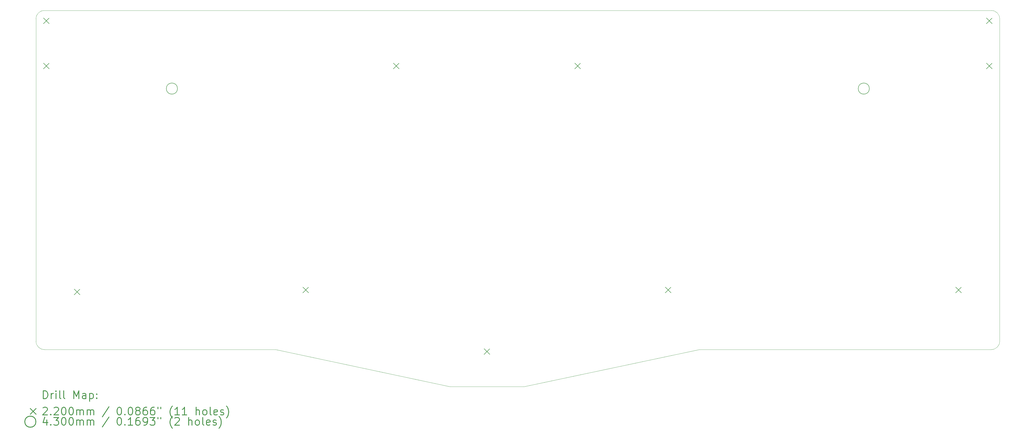
<source format=gbr>
%FSLAX45Y45*%
G04 Gerber Fmt 4.5, Leading zero omitted, Abs format (unit mm)*
G04 Created by KiCad (PCBNEW 5.1.10-88a1d61d58~90~ubuntu21.04.1) date 2021-08-17 12:13:28*
%MOMM*%
%LPD*%
G01*
G04 APERTURE LIST*
%TA.AperFunction,Profile*%
%ADD10C,0.050000*%
%TD*%
%ADD11C,0.200000*%
%ADD12C,0.300000*%
G04 APERTURE END LIST*
D10*
X39449375Y-20081875D02*
G75*
G02*
X39131875Y-20399375I-317500J0D01*
G01*
X2619375Y-20399375D02*
X11544300Y-20399375D01*
X39131875Y-7302500D02*
G75*
G02*
X39449375Y-7620000I0J-317500D01*
G01*
X39131875Y-20399375D02*
X27860625Y-20399375D01*
X27860625Y-20399375D02*
X21113750Y-21828125D01*
X18256250Y-21828125D02*
X21113750Y-21828125D01*
X11544300Y-20399375D02*
X18256250Y-21828125D01*
X2301875Y-7620000D02*
G75*
G02*
X2619375Y-7302500I317500J0D01*
G01*
X2619375Y-7302500D02*
X39131875Y-7302500D01*
X2301875Y-7620000D02*
X2301875Y-20081875D01*
X39449375Y-7620000D02*
X39449375Y-20081875D01*
X2619375Y-20399375D02*
G75*
G02*
X2301875Y-20081875I0J317500D01*
G01*
D11*
X2592125Y-7592375D02*
X2812125Y-7812375D01*
X2812125Y-7592375D02*
X2592125Y-7812375D01*
X2592125Y-9332000D02*
X2812125Y-9552000D01*
X2812125Y-9332000D02*
X2592125Y-9552000D01*
X3779375Y-18066875D02*
X3999375Y-18286875D01*
X3999375Y-18066875D02*
X3779375Y-18286875D01*
X12590000Y-17987500D02*
X12810000Y-18207500D01*
X12810000Y-17987500D02*
X12590000Y-18207500D01*
X16074500Y-9332000D02*
X16294500Y-9552000D01*
X16294500Y-9332000D02*
X16074500Y-9552000D01*
X19575000Y-20368750D02*
X19795000Y-20588750D01*
X19795000Y-20368750D02*
X19575000Y-20588750D01*
X23075500Y-9332000D02*
X23295500Y-9552000D01*
X23295500Y-9332000D02*
X23075500Y-9552000D01*
X26560000Y-17987500D02*
X26780000Y-18207500D01*
X26780000Y-17987500D02*
X26560000Y-18207500D01*
X37751875Y-17987500D02*
X37971875Y-18207500D01*
X37971875Y-17987500D02*
X37751875Y-18207500D01*
X38939125Y-7592375D02*
X39159125Y-7812375D01*
X39159125Y-7592375D02*
X38939125Y-7812375D01*
X38939125Y-9332000D02*
X39159125Y-9552000D01*
X39159125Y-9332000D02*
X38939125Y-9552000D01*
X7755625Y-10318750D02*
G75*
G03*
X7755625Y-10318750I-215000J0D01*
G01*
X34425625Y-10318750D02*
G75*
G03*
X34425625Y-10318750I-215000J0D01*
G01*
D12*
X2585803Y-22296339D02*
X2585803Y-21996339D01*
X2657232Y-21996339D01*
X2700089Y-22010625D01*
X2728661Y-22039197D01*
X2742946Y-22067768D01*
X2757232Y-22124911D01*
X2757232Y-22167768D01*
X2742946Y-22224911D01*
X2728661Y-22253482D01*
X2700089Y-22282054D01*
X2657232Y-22296339D01*
X2585803Y-22296339D01*
X2885803Y-22296339D02*
X2885803Y-22096339D01*
X2885803Y-22153482D02*
X2900089Y-22124911D01*
X2914375Y-22110625D01*
X2942946Y-22096339D01*
X2971518Y-22096339D01*
X3071518Y-22296339D02*
X3071518Y-22096339D01*
X3071518Y-21996339D02*
X3057232Y-22010625D01*
X3071518Y-22024911D01*
X3085803Y-22010625D01*
X3071518Y-21996339D01*
X3071518Y-22024911D01*
X3257232Y-22296339D02*
X3228661Y-22282054D01*
X3214375Y-22253482D01*
X3214375Y-21996339D01*
X3414375Y-22296339D02*
X3385803Y-22282054D01*
X3371518Y-22253482D01*
X3371518Y-21996339D01*
X3757232Y-22296339D02*
X3757232Y-21996339D01*
X3857232Y-22210625D01*
X3957232Y-21996339D01*
X3957232Y-22296339D01*
X4228661Y-22296339D02*
X4228661Y-22139197D01*
X4214375Y-22110625D01*
X4185803Y-22096339D01*
X4128661Y-22096339D01*
X4100089Y-22110625D01*
X4228661Y-22282054D02*
X4200089Y-22296339D01*
X4128661Y-22296339D01*
X4100089Y-22282054D01*
X4085803Y-22253482D01*
X4085803Y-22224911D01*
X4100089Y-22196339D01*
X4128661Y-22182054D01*
X4200089Y-22182054D01*
X4228661Y-22167768D01*
X4371518Y-22096339D02*
X4371518Y-22396339D01*
X4371518Y-22110625D02*
X4400089Y-22096339D01*
X4457232Y-22096339D01*
X4485803Y-22110625D01*
X4500089Y-22124911D01*
X4514375Y-22153482D01*
X4514375Y-22239197D01*
X4500089Y-22267768D01*
X4485803Y-22282054D01*
X4457232Y-22296339D01*
X4400089Y-22296339D01*
X4371518Y-22282054D01*
X4642946Y-22267768D02*
X4657232Y-22282054D01*
X4642946Y-22296339D01*
X4628661Y-22282054D01*
X4642946Y-22267768D01*
X4642946Y-22296339D01*
X4642946Y-22110625D02*
X4657232Y-22124911D01*
X4642946Y-22139197D01*
X4628661Y-22124911D01*
X4642946Y-22110625D01*
X4642946Y-22139197D01*
X2079375Y-22680625D02*
X2299375Y-22900625D01*
X2299375Y-22680625D02*
X2079375Y-22900625D01*
X2571518Y-22654911D02*
X2585803Y-22640625D01*
X2614375Y-22626339D01*
X2685803Y-22626339D01*
X2714375Y-22640625D01*
X2728661Y-22654911D01*
X2742946Y-22683482D01*
X2742946Y-22712054D01*
X2728661Y-22754911D01*
X2557232Y-22926339D01*
X2742946Y-22926339D01*
X2871518Y-22897768D02*
X2885803Y-22912054D01*
X2871518Y-22926339D01*
X2857232Y-22912054D01*
X2871518Y-22897768D01*
X2871518Y-22926339D01*
X3000089Y-22654911D02*
X3014375Y-22640625D01*
X3042946Y-22626339D01*
X3114375Y-22626339D01*
X3142946Y-22640625D01*
X3157232Y-22654911D01*
X3171518Y-22683482D01*
X3171518Y-22712054D01*
X3157232Y-22754911D01*
X2985803Y-22926339D01*
X3171518Y-22926339D01*
X3357232Y-22626339D02*
X3385803Y-22626339D01*
X3414375Y-22640625D01*
X3428661Y-22654911D01*
X3442946Y-22683482D01*
X3457232Y-22740625D01*
X3457232Y-22812054D01*
X3442946Y-22869196D01*
X3428661Y-22897768D01*
X3414375Y-22912054D01*
X3385803Y-22926339D01*
X3357232Y-22926339D01*
X3328661Y-22912054D01*
X3314375Y-22897768D01*
X3300089Y-22869196D01*
X3285803Y-22812054D01*
X3285803Y-22740625D01*
X3300089Y-22683482D01*
X3314375Y-22654911D01*
X3328661Y-22640625D01*
X3357232Y-22626339D01*
X3642946Y-22626339D02*
X3671518Y-22626339D01*
X3700089Y-22640625D01*
X3714375Y-22654911D01*
X3728661Y-22683482D01*
X3742946Y-22740625D01*
X3742946Y-22812054D01*
X3728661Y-22869196D01*
X3714375Y-22897768D01*
X3700089Y-22912054D01*
X3671518Y-22926339D01*
X3642946Y-22926339D01*
X3614375Y-22912054D01*
X3600089Y-22897768D01*
X3585803Y-22869196D01*
X3571518Y-22812054D01*
X3571518Y-22740625D01*
X3585803Y-22683482D01*
X3600089Y-22654911D01*
X3614375Y-22640625D01*
X3642946Y-22626339D01*
X3871518Y-22926339D02*
X3871518Y-22726339D01*
X3871518Y-22754911D02*
X3885803Y-22740625D01*
X3914375Y-22726339D01*
X3957232Y-22726339D01*
X3985803Y-22740625D01*
X4000089Y-22769196D01*
X4000089Y-22926339D01*
X4000089Y-22769196D02*
X4014375Y-22740625D01*
X4042946Y-22726339D01*
X4085803Y-22726339D01*
X4114375Y-22740625D01*
X4128661Y-22769196D01*
X4128661Y-22926339D01*
X4271518Y-22926339D02*
X4271518Y-22726339D01*
X4271518Y-22754911D02*
X4285803Y-22740625D01*
X4314375Y-22726339D01*
X4357232Y-22726339D01*
X4385803Y-22740625D01*
X4400089Y-22769196D01*
X4400089Y-22926339D01*
X4400089Y-22769196D02*
X4414375Y-22740625D01*
X4442946Y-22726339D01*
X4485803Y-22726339D01*
X4514375Y-22740625D01*
X4528661Y-22769196D01*
X4528661Y-22926339D01*
X5114375Y-22612054D02*
X4857232Y-22997768D01*
X5500089Y-22626339D02*
X5528661Y-22626339D01*
X5557232Y-22640625D01*
X5571518Y-22654911D01*
X5585803Y-22683482D01*
X5600089Y-22740625D01*
X5600089Y-22812054D01*
X5585803Y-22869196D01*
X5571518Y-22897768D01*
X5557232Y-22912054D01*
X5528661Y-22926339D01*
X5500089Y-22926339D01*
X5471518Y-22912054D01*
X5457232Y-22897768D01*
X5442946Y-22869196D01*
X5428661Y-22812054D01*
X5428661Y-22740625D01*
X5442946Y-22683482D01*
X5457232Y-22654911D01*
X5471518Y-22640625D01*
X5500089Y-22626339D01*
X5728661Y-22897768D02*
X5742946Y-22912054D01*
X5728661Y-22926339D01*
X5714375Y-22912054D01*
X5728661Y-22897768D01*
X5728661Y-22926339D01*
X5928661Y-22626339D02*
X5957232Y-22626339D01*
X5985803Y-22640625D01*
X6000089Y-22654911D01*
X6014375Y-22683482D01*
X6028661Y-22740625D01*
X6028661Y-22812054D01*
X6014375Y-22869196D01*
X6000089Y-22897768D01*
X5985803Y-22912054D01*
X5957232Y-22926339D01*
X5928661Y-22926339D01*
X5900089Y-22912054D01*
X5885803Y-22897768D01*
X5871518Y-22869196D01*
X5857232Y-22812054D01*
X5857232Y-22740625D01*
X5871518Y-22683482D01*
X5885803Y-22654911D01*
X5900089Y-22640625D01*
X5928661Y-22626339D01*
X6200089Y-22754911D02*
X6171518Y-22740625D01*
X6157232Y-22726339D01*
X6142946Y-22697768D01*
X6142946Y-22683482D01*
X6157232Y-22654911D01*
X6171518Y-22640625D01*
X6200089Y-22626339D01*
X6257232Y-22626339D01*
X6285803Y-22640625D01*
X6300089Y-22654911D01*
X6314375Y-22683482D01*
X6314375Y-22697768D01*
X6300089Y-22726339D01*
X6285803Y-22740625D01*
X6257232Y-22754911D01*
X6200089Y-22754911D01*
X6171518Y-22769196D01*
X6157232Y-22783482D01*
X6142946Y-22812054D01*
X6142946Y-22869196D01*
X6157232Y-22897768D01*
X6171518Y-22912054D01*
X6200089Y-22926339D01*
X6257232Y-22926339D01*
X6285803Y-22912054D01*
X6300089Y-22897768D01*
X6314375Y-22869196D01*
X6314375Y-22812054D01*
X6300089Y-22783482D01*
X6285803Y-22769196D01*
X6257232Y-22754911D01*
X6571518Y-22626339D02*
X6514375Y-22626339D01*
X6485803Y-22640625D01*
X6471518Y-22654911D01*
X6442946Y-22697768D01*
X6428661Y-22754911D01*
X6428661Y-22869196D01*
X6442946Y-22897768D01*
X6457232Y-22912054D01*
X6485803Y-22926339D01*
X6542946Y-22926339D01*
X6571518Y-22912054D01*
X6585803Y-22897768D01*
X6600089Y-22869196D01*
X6600089Y-22797768D01*
X6585803Y-22769196D01*
X6571518Y-22754911D01*
X6542946Y-22740625D01*
X6485803Y-22740625D01*
X6457232Y-22754911D01*
X6442946Y-22769196D01*
X6428661Y-22797768D01*
X6857232Y-22626339D02*
X6800089Y-22626339D01*
X6771518Y-22640625D01*
X6757232Y-22654911D01*
X6728661Y-22697768D01*
X6714375Y-22754911D01*
X6714375Y-22869196D01*
X6728661Y-22897768D01*
X6742946Y-22912054D01*
X6771518Y-22926339D01*
X6828661Y-22926339D01*
X6857232Y-22912054D01*
X6871518Y-22897768D01*
X6885803Y-22869196D01*
X6885803Y-22797768D01*
X6871518Y-22769196D01*
X6857232Y-22754911D01*
X6828661Y-22740625D01*
X6771518Y-22740625D01*
X6742946Y-22754911D01*
X6728661Y-22769196D01*
X6714375Y-22797768D01*
X7000089Y-22626339D02*
X7000089Y-22683482D01*
X7114375Y-22626339D02*
X7114375Y-22683482D01*
X7557232Y-23040625D02*
X7542946Y-23026339D01*
X7514375Y-22983482D01*
X7500089Y-22954911D01*
X7485803Y-22912054D01*
X7471518Y-22840625D01*
X7471518Y-22783482D01*
X7485803Y-22712054D01*
X7500089Y-22669196D01*
X7514375Y-22640625D01*
X7542946Y-22597768D01*
X7557232Y-22583482D01*
X7828661Y-22926339D02*
X7657232Y-22926339D01*
X7742946Y-22926339D02*
X7742946Y-22626339D01*
X7714375Y-22669196D01*
X7685803Y-22697768D01*
X7657232Y-22712054D01*
X8114375Y-22926339D02*
X7942946Y-22926339D01*
X8028661Y-22926339D02*
X8028661Y-22626339D01*
X8000089Y-22669196D01*
X7971518Y-22697768D01*
X7942946Y-22712054D01*
X8471518Y-22926339D02*
X8471518Y-22626339D01*
X8600089Y-22926339D02*
X8600089Y-22769196D01*
X8585803Y-22740625D01*
X8557232Y-22726339D01*
X8514375Y-22726339D01*
X8485803Y-22740625D01*
X8471518Y-22754911D01*
X8785803Y-22926339D02*
X8757232Y-22912054D01*
X8742946Y-22897768D01*
X8728661Y-22869196D01*
X8728661Y-22783482D01*
X8742946Y-22754911D01*
X8757232Y-22740625D01*
X8785803Y-22726339D01*
X8828661Y-22726339D01*
X8857232Y-22740625D01*
X8871518Y-22754911D01*
X8885803Y-22783482D01*
X8885803Y-22869196D01*
X8871518Y-22897768D01*
X8857232Y-22912054D01*
X8828661Y-22926339D01*
X8785803Y-22926339D01*
X9057232Y-22926339D02*
X9028661Y-22912054D01*
X9014375Y-22883482D01*
X9014375Y-22626339D01*
X9285803Y-22912054D02*
X9257232Y-22926339D01*
X9200089Y-22926339D01*
X9171518Y-22912054D01*
X9157232Y-22883482D01*
X9157232Y-22769196D01*
X9171518Y-22740625D01*
X9200089Y-22726339D01*
X9257232Y-22726339D01*
X9285803Y-22740625D01*
X9300089Y-22769196D01*
X9300089Y-22797768D01*
X9157232Y-22826339D01*
X9414375Y-22912054D02*
X9442946Y-22926339D01*
X9500089Y-22926339D01*
X9528661Y-22912054D01*
X9542946Y-22883482D01*
X9542946Y-22869196D01*
X9528661Y-22840625D01*
X9500089Y-22826339D01*
X9457232Y-22826339D01*
X9428661Y-22812054D01*
X9414375Y-22783482D01*
X9414375Y-22769196D01*
X9428661Y-22740625D01*
X9457232Y-22726339D01*
X9500089Y-22726339D01*
X9528661Y-22740625D01*
X9642946Y-23040625D02*
X9657232Y-23026339D01*
X9685803Y-22983482D01*
X9700089Y-22954911D01*
X9714375Y-22912054D01*
X9728661Y-22840625D01*
X9728661Y-22783482D01*
X9714375Y-22712054D01*
X9700089Y-22669196D01*
X9685803Y-22640625D01*
X9657232Y-22597768D01*
X9642946Y-22583482D01*
X2299375Y-23186625D02*
G75*
G03*
X2299375Y-23186625I-215000J0D01*
G01*
X2714375Y-23122339D02*
X2714375Y-23322339D01*
X2642946Y-23008054D02*
X2571518Y-23222339D01*
X2757232Y-23222339D01*
X2871518Y-23293768D02*
X2885803Y-23308054D01*
X2871518Y-23322339D01*
X2857232Y-23308054D01*
X2871518Y-23293768D01*
X2871518Y-23322339D01*
X2985803Y-23022339D02*
X3171518Y-23022339D01*
X3071518Y-23136625D01*
X3114375Y-23136625D01*
X3142946Y-23150911D01*
X3157232Y-23165196D01*
X3171518Y-23193768D01*
X3171518Y-23265196D01*
X3157232Y-23293768D01*
X3142946Y-23308054D01*
X3114375Y-23322339D01*
X3028661Y-23322339D01*
X3000089Y-23308054D01*
X2985803Y-23293768D01*
X3357232Y-23022339D02*
X3385803Y-23022339D01*
X3414375Y-23036625D01*
X3428661Y-23050911D01*
X3442946Y-23079482D01*
X3457232Y-23136625D01*
X3457232Y-23208054D01*
X3442946Y-23265196D01*
X3428661Y-23293768D01*
X3414375Y-23308054D01*
X3385803Y-23322339D01*
X3357232Y-23322339D01*
X3328661Y-23308054D01*
X3314375Y-23293768D01*
X3300089Y-23265196D01*
X3285803Y-23208054D01*
X3285803Y-23136625D01*
X3300089Y-23079482D01*
X3314375Y-23050911D01*
X3328661Y-23036625D01*
X3357232Y-23022339D01*
X3642946Y-23022339D02*
X3671518Y-23022339D01*
X3700089Y-23036625D01*
X3714375Y-23050911D01*
X3728661Y-23079482D01*
X3742946Y-23136625D01*
X3742946Y-23208054D01*
X3728661Y-23265196D01*
X3714375Y-23293768D01*
X3700089Y-23308054D01*
X3671518Y-23322339D01*
X3642946Y-23322339D01*
X3614375Y-23308054D01*
X3600089Y-23293768D01*
X3585803Y-23265196D01*
X3571518Y-23208054D01*
X3571518Y-23136625D01*
X3585803Y-23079482D01*
X3600089Y-23050911D01*
X3614375Y-23036625D01*
X3642946Y-23022339D01*
X3871518Y-23322339D02*
X3871518Y-23122339D01*
X3871518Y-23150911D02*
X3885803Y-23136625D01*
X3914375Y-23122339D01*
X3957232Y-23122339D01*
X3985803Y-23136625D01*
X4000089Y-23165196D01*
X4000089Y-23322339D01*
X4000089Y-23165196D02*
X4014375Y-23136625D01*
X4042946Y-23122339D01*
X4085803Y-23122339D01*
X4114375Y-23136625D01*
X4128661Y-23165196D01*
X4128661Y-23322339D01*
X4271518Y-23322339D02*
X4271518Y-23122339D01*
X4271518Y-23150911D02*
X4285803Y-23136625D01*
X4314375Y-23122339D01*
X4357232Y-23122339D01*
X4385803Y-23136625D01*
X4400089Y-23165196D01*
X4400089Y-23322339D01*
X4400089Y-23165196D02*
X4414375Y-23136625D01*
X4442946Y-23122339D01*
X4485803Y-23122339D01*
X4514375Y-23136625D01*
X4528661Y-23165196D01*
X4528661Y-23322339D01*
X5114375Y-23008054D02*
X4857232Y-23393768D01*
X5500089Y-23022339D02*
X5528661Y-23022339D01*
X5557232Y-23036625D01*
X5571518Y-23050911D01*
X5585803Y-23079482D01*
X5600089Y-23136625D01*
X5600089Y-23208054D01*
X5585803Y-23265196D01*
X5571518Y-23293768D01*
X5557232Y-23308054D01*
X5528661Y-23322339D01*
X5500089Y-23322339D01*
X5471518Y-23308054D01*
X5457232Y-23293768D01*
X5442946Y-23265196D01*
X5428661Y-23208054D01*
X5428661Y-23136625D01*
X5442946Y-23079482D01*
X5457232Y-23050911D01*
X5471518Y-23036625D01*
X5500089Y-23022339D01*
X5728661Y-23293768D02*
X5742946Y-23308054D01*
X5728661Y-23322339D01*
X5714375Y-23308054D01*
X5728661Y-23293768D01*
X5728661Y-23322339D01*
X6028661Y-23322339D02*
X5857232Y-23322339D01*
X5942946Y-23322339D02*
X5942946Y-23022339D01*
X5914375Y-23065196D01*
X5885803Y-23093768D01*
X5857232Y-23108054D01*
X6285803Y-23022339D02*
X6228661Y-23022339D01*
X6200089Y-23036625D01*
X6185803Y-23050911D01*
X6157232Y-23093768D01*
X6142946Y-23150911D01*
X6142946Y-23265196D01*
X6157232Y-23293768D01*
X6171518Y-23308054D01*
X6200089Y-23322339D01*
X6257232Y-23322339D01*
X6285803Y-23308054D01*
X6300089Y-23293768D01*
X6314375Y-23265196D01*
X6314375Y-23193768D01*
X6300089Y-23165196D01*
X6285803Y-23150911D01*
X6257232Y-23136625D01*
X6200089Y-23136625D01*
X6171518Y-23150911D01*
X6157232Y-23165196D01*
X6142946Y-23193768D01*
X6457232Y-23322339D02*
X6514375Y-23322339D01*
X6542946Y-23308054D01*
X6557232Y-23293768D01*
X6585803Y-23250911D01*
X6600089Y-23193768D01*
X6600089Y-23079482D01*
X6585803Y-23050911D01*
X6571518Y-23036625D01*
X6542946Y-23022339D01*
X6485803Y-23022339D01*
X6457232Y-23036625D01*
X6442946Y-23050911D01*
X6428661Y-23079482D01*
X6428661Y-23150911D01*
X6442946Y-23179482D01*
X6457232Y-23193768D01*
X6485803Y-23208054D01*
X6542946Y-23208054D01*
X6571518Y-23193768D01*
X6585803Y-23179482D01*
X6600089Y-23150911D01*
X6700089Y-23022339D02*
X6885803Y-23022339D01*
X6785803Y-23136625D01*
X6828661Y-23136625D01*
X6857232Y-23150911D01*
X6871518Y-23165196D01*
X6885803Y-23193768D01*
X6885803Y-23265196D01*
X6871518Y-23293768D01*
X6857232Y-23308054D01*
X6828661Y-23322339D01*
X6742946Y-23322339D01*
X6714375Y-23308054D01*
X6700089Y-23293768D01*
X7000089Y-23022339D02*
X7000089Y-23079482D01*
X7114375Y-23022339D02*
X7114375Y-23079482D01*
X7557232Y-23436625D02*
X7542946Y-23422339D01*
X7514375Y-23379482D01*
X7500089Y-23350911D01*
X7485803Y-23308054D01*
X7471518Y-23236625D01*
X7471518Y-23179482D01*
X7485803Y-23108054D01*
X7500089Y-23065196D01*
X7514375Y-23036625D01*
X7542946Y-22993768D01*
X7557232Y-22979482D01*
X7657232Y-23050911D02*
X7671518Y-23036625D01*
X7700089Y-23022339D01*
X7771518Y-23022339D01*
X7800089Y-23036625D01*
X7814375Y-23050911D01*
X7828661Y-23079482D01*
X7828661Y-23108054D01*
X7814375Y-23150911D01*
X7642946Y-23322339D01*
X7828661Y-23322339D01*
X8185803Y-23322339D02*
X8185803Y-23022339D01*
X8314375Y-23322339D02*
X8314375Y-23165196D01*
X8300089Y-23136625D01*
X8271518Y-23122339D01*
X8228661Y-23122339D01*
X8200089Y-23136625D01*
X8185803Y-23150911D01*
X8500089Y-23322339D02*
X8471518Y-23308054D01*
X8457232Y-23293768D01*
X8442946Y-23265196D01*
X8442946Y-23179482D01*
X8457232Y-23150911D01*
X8471518Y-23136625D01*
X8500089Y-23122339D01*
X8542946Y-23122339D01*
X8571518Y-23136625D01*
X8585803Y-23150911D01*
X8600089Y-23179482D01*
X8600089Y-23265196D01*
X8585803Y-23293768D01*
X8571518Y-23308054D01*
X8542946Y-23322339D01*
X8500089Y-23322339D01*
X8771518Y-23322339D02*
X8742946Y-23308054D01*
X8728661Y-23279482D01*
X8728661Y-23022339D01*
X9000089Y-23308054D02*
X8971518Y-23322339D01*
X8914375Y-23322339D01*
X8885803Y-23308054D01*
X8871518Y-23279482D01*
X8871518Y-23165196D01*
X8885803Y-23136625D01*
X8914375Y-23122339D01*
X8971518Y-23122339D01*
X9000089Y-23136625D01*
X9014375Y-23165196D01*
X9014375Y-23193768D01*
X8871518Y-23222339D01*
X9128661Y-23308054D02*
X9157232Y-23322339D01*
X9214375Y-23322339D01*
X9242946Y-23308054D01*
X9257232Y-23279482D01*
X9257232Y-23265196D01*
X9242946Y-23236625D01*
X9214375Y-23222339D01*
X9171518Y-23222339D01*
X9142946Y-23208054D01*
X9128661Y-23179482D01*
X9128661Y-23165196D01*
X9142946Y-23136625D01*
X9171518Y-23122339D01*
X9214375Y-23122339D01*
X9242946Y-23136625D01*
X9357232Y-23436625D02*
X9371518Y-23422339D01*
X9400089Y-23379482D01*
X9414375Y-23350911D01*
X9428661Y-23308054D01*
X9442946Y-23236625D01*
X9442946Y-23179482D01*
X9428661Y-23108054D01*
X9414375Y-23065196D01*
X9400089Y-23036625D01*
X9371518Y-22993768D01*
X9357232Y-22979482D01*
M02*

</source>
